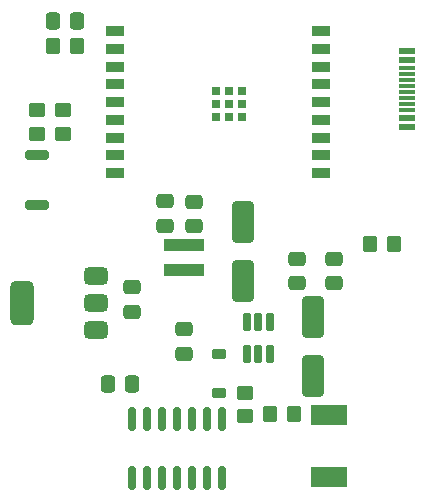
<source format=gbr>
%TF.GenerationSoftware,KiCad,Pcbnew,8.0.2*%
%TF.CreationDate,2024-08-19T20:28:07+02:00*%
%TF.ProjectId,TwinkleTron,5477696e-6b6c-4655-9472-6f6e2e6b6963,rev?*%
%TF.SameCoordinates,Original*%
%TF.FileFunction,Paste,Top*%
%TF.FilePolarity,Positive*%
%FSLAX46Y46*%
G04 Gerber Fmt 4.6, Leading zero omitted, Abs format (unit mm)*
G04 Created by KiCad (PCBNEW 8.0.2) date 2024-08-19 20:28:07*
%MOMM*%
%LPD*%
G01*
G04 APERTURE LIST*
G04 Aperture macros list*
%AMRoundRect*
0 Rectangle with rounded corners*
0 $1 Rounding radius*
0 $2 $3 $4 $5 $6 $7 $8 $9 X,Y pos of 4 corners*
0 Add a 4 corners polygon primitive as box body*
4,1,4,$2,$3,$4,$5,$6,$7,$8,$9,$2,$3,0*
0 Add four circle primitives for the rounded corners*
1,1,$1+$1,$2,$3*
1,1,$1+$1,$4,$5*
1,1,$1+$1,$6,$7*
1,1,$1+$1,$8,$9*
0 Add four rect primitives between the rounded corners*
20,1,$1+$1,$2,$3,$4,$5,0*
20,1,$1+$1,$4,$5,$6,$7,0*
20,1,$1+$1,$6,$7,$8,$9,0*
20,1,$1+$1,$8,$9,$2,$3,0*%
G04 Aperture macros list end*
%ADD10RoundRect,0.250000X0.475000X-0.337500X0.475000X0.337500X-0.475000X0.337500X-0.475000X-0.337500X0*%
%ADD11RoundRect,0.250000X-0.350000X-0.450000X0.350000X-0.450000X0.350000X0.450000X-0.350000X0.450000X0*%
%ADD12RoundRect,0.250000X-0.475000X0.337500X-0.475000X-0.337500X0.475000X-0.337500X0.475000X0.337500X0*%
%ADD13RoundRect,0.250000X0.350000X0.450000X-0.350000X0.450000X-0.350000X-0.450000X0.350000X-0.450000X0*%
%ADD14R,1.500000X0.900000*%
%ADD15R,0.700000X0.700000*%
%ADD16RoundRect,0.375000X0.625000X0.375000X-0.625000X0.375000X-0.625000X-0.375000X0.625000X-0.375000X0*%
%ADD17RoundRect,0.500000X0.500000X1.400000X-0.500000X1.400000X-0.500000X-1.400000X0.500000X-1.400000X0*%
%ADD18RoundRect,0.250000X-0.450000X0.350000X-0.450000X-0.350000X0.450000X-0.350000X0.450000X0.350000X0*%
%ADD19RoundRect,0.162500X0.162500X-0.617500X0.162500X0.617500X-0.162500X0.617500X-0.162500X-0.617500X0*%
%ADD20RoundRect,0.250000X-0.337500X-0.475000X0.337500X-0.475000X0.337500X0.475000X-0.337500X0.475000X0*%
%ADD21R,3.400000X1.000000*%
%ADD22R,1.450000X0.600000*%
%ADD23R,1.450000X0.300000*%
%ADD24RoundRect,0.150000X0.150000X-0.825000X0.150000X0.825000X-0.150000X0.825000X-0.150000X-0.825000X0*%
%ADD25RoundRect,0.250000X0.650000X-1.500000X0.650000X1.500000X-0.650000X1.500000X-0.650000X-1.500000X0*%
%ADD26RoundRect,0.250000X-0.650000X1.500000X-0.650000X-1.500000X0.650000X-1.500000X0.650000X1.500000X0*%
%ADD27RoundRect,0.225000X-0.375000X0.225000X-0.375000X-0.225000X0.375000X-0.225000X0.375000X0.225000X0*%
%ADD28R,3.150000X1.780000*%
%ADD29RoundRect,0.200000X0.800000X-0.200000X0.800000X0.200000X-0.800000X0.200000X-0.800000X-0.200000X0*%
G04 APERTURE END LIST*
D10*
%TO.C,C13*%
X153050000Y-76225000D03*
X153050000Y-74150000D03*
%TD*%
D11*
%TO.C,R1*%
X141980000Y-50190000D03*
X143980000Y-50190000D03*
%TD*%
D12*
%TO.C,C9*%
X148660000Y-70562500D03*
X148660000Y-72637500D03*
%TD*%
D10*
%TO.C,C6*%
X162650000Y-70225000D03*
X162650000Y-68150000D03*
%TD*%
D13*
%TO.C,R11-O1*%
X170800000Y-66900000D03*
X168800000Y-66900000D03*
%TD*%
D14*
%TO.C,U1*%
X147200000Y-48900000D03*
X147200000Y-50400000D03*
X147200000Y-51900000D03*
X147200000Y-53400000D03*
X147200000Y-54900000D03*
X147200000Y-56400000D03*
X147200000Y-57900000D03*
X147200000Y-59400000D03*
X147200000Y-60900000D03*
X164700000Y-60900000D03*
X164700000Y-59400000D03*
X164700000Y-57900000D03*
X164700000Y-56400000D03*
X164700000Y-54900000D03*
X164700000Y-53400000D03*
X164700000Y-51900000D03*
X164700000Y-50400000D03*
X164700000Y-48900000D03*
D15*
X155810000Y-54000000D03*
X156910000Y-54000000D03*
X158010000Y-54000000D03*
X155810000Y-55100000D03*
X156910000Y-55100000D03*
X158010000Y-55100000D03*
X155810000Y-56200000D03*
X156910000Y-56200000D03*
X158010000Y-56200000D03*
%TD*%
D11*
%TO.C,R11*%
X160350000Y-81350000D03*
X162350000Y-81350000D03*
%TD*%
D16*
%TO.C,U3*%
X145640000Y-74190000D03*
X145640000Y-71890000D03*
D17*
X139340000Y-71890000D03*
D16*
X145640000Y-69590000D03*
%TD*%
D10*
%TO.C,C14*%
X165750000Y-70225000D03*
X165750000Y-68150000D03*
%TD*%
D18*
%TO.C,R7*%
X140610000Y-55600000D03*
X140610000Y-57600000D03*
%TD*%
D19*
%TO.C,U5*%
X158400000Y-76200000D03*
X159350000Y-76200000D03*
X160300000Y-76200000D03*
X160300000Y-73500000D03*
X159350000Y-73500000D03*
X158400000Y-73500000D03*
%TD*%
D18*
%TO.C,R6*%
X158220000Y-79520000D03*
X158220000Y-81520000D03*
%TD*%
D20*
%TO.C,C4*%
X146625000Y-78740000D03*
X148700000Y-78740000D03*
%TD*%
D10*
%TO.C,C5*%
X151450000Y-65387500D03*
X151450000Y-63312500D03*
%TD*%
D21*
%TO.C,L1*%
X153050000Y-69100000D03*
X153050000Y-67000000D03*
%TD*%
D18*
%TO.C,R3*%
X142810000Y-55600000D03*
X142810000Y-57600000D03*
%TD*%
D22*
%TO.C,J3*%
X171905000Y-57050000D03*
X171905000Y-56250000D03*
D23*
X171905000Y-55050000D03*
X171905000Y-54050000D03*
X171905000Y-53550000D03*
X171905000Y-52550000D03*
D22*
X171905000Y-51350000D03*
X171905000Y-50550000D03*
X171905000Y-50550000D03*
X171905000Y-51350000D03*
D23*
X171905000Y-52050000D03*
X171905000Y-53050000D03*
X171905000Y-54550000D03*
X171905000Y-55550000D03*
D22*
X171905000Y-56250000D03*
X171905000Y-57050000D03*
%TD*%
D24*
%TO.C,U6*%
X148690000Y-86690000D03*
X149960000Y-86690000D03*
X151230000Y-86690000D03*
X152500000Y-86690000D03*
X153770000Y-86690000D03*
X155040000Y-86690000D03*
X156310000Y-86690000D03*
X156310000Y-81740000D03*
X155040000Y-81740000D03*
X153770000Y-81740000D03*
X152500000Y-81740000D03*
X151230000Y-81740000D03*
X149960000Y-81740000D03*
X148690000Y-81740000D03*
%TD*%
D25*
%TO.C,D1*%
X158050000Y-70050000D03*
X158050000Y-65050000D03*
%TD*%
D26*
%TO.C,D2*%
X164000000Y-73100000D03*
X164000000Y-78100000D03*
%TD*%
D27*
%TO.C,D5*%
X156050000Y-76200000D03*
X156050000Y-79500000D03*
%TD*%
D20*
%TO.C,C11*%
X141960000Y-48000000D03*
X144035000Y-48000000D03*
%TD*%
D28*
%TO.C,F3*%
X165300000Y-86630000D03*
X165300000Y-81400000D03*
%TD*%
D29*
%TO.C,SW1*%
X140610000Y-63600000D03*
X140610000Y-59400000D03*
%TD*%
D10*
%TO.C,C15*%
X153900000Y-65400000D03*
X153900000Y-63325000D03*
%TD*%
M02*

</source>
